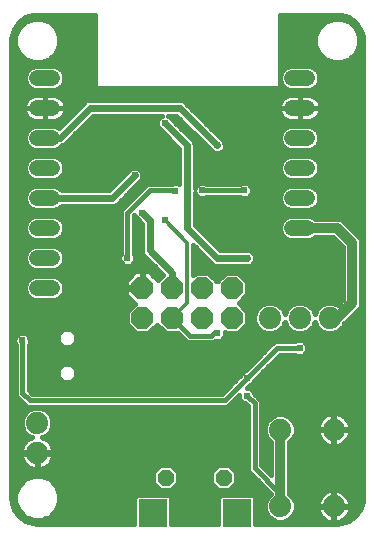
<source format=gbl>
G75*
G70*
%OFA0B0*%
%FSLAX24Y24*%
%IPPOS*%
%LPD*%
%AMOC8*
5,1,8,0,0,1.08239X$1,22.5*
%
%ADD10OC8,0.0740*%
%ADD11C,0.0520*%
%ADD12C,0.0740*%
%ADD13OC8,0.0560*%
%ADD14R,0.0945X0.0945*%
%ADD15C,0.0320*%
%ADD16C,0.0238*%
%ADD17C,0.0160*%
%ADD18C,0.0240*%
%ADD19C,0.0120*%
D10*
X004680Y007708D03*
X004680Y008708D03*
X005680Y008708D03*
X005680Y007708D03*
X006680Y007708D03*
X006680Y008708D03*
X007680Y008708D03*
X007680Y007708D03*
D11*
X009670Y010708D02*
X010190Y010708D01*
X010190Y011708D02*
X009670Y011708D01*
X009670Y012708D02*
X010190Y012708D01*
X010190Y013708D02*
X009670Y013708D01*
X009670Y014708D02*
X010190Y014708D01*
X010190Y015708D02*
X009670Y015708D01*
X001690Y015708D02*
X001170Y015708D01*
X001170Y014708D02*
X001690Y014708D01*
X001690Y013708D02*
X001170Y013708D01*
X001170Y012708D02*
X001690Y012708D01*
X001690Y011708D02*
X001170Y011708D01*
X001170Y010708D02*
X001690Y010708D01*
X001690Y009708D02*
X001170Y009708D01*
X001170Y008708D02*
X001690Y008708D01*
D12*
X001180Y004208D03*
X001180Y003208D03*
X008930Y007708D03*
X009930Y007708D03*
X010930Y007708D03*
X011070Y003988D03*
X009290Y003988D03*
X009290Y001428D03*
X011070Y001428D03*
D13*
X007395Y002389D03*
X005465Y002389D03*
D14*
X005030Y001208D03*
X007830Y001208D03*
D15*
X009290Y001428D02*
X009290Y003988D01*
X010930Y007708D02*
X011180Y007708D01*
X011680Y008208D01*
X011680Y010208D01*
X011180Y010708D01*
X009930Y010708D01*
D16*
X008180Y009708D03*
X008080Y011958D03*
X007180Y013458D03*
X006680Y011958D03*
X005790Y011948D03*
X005430Y010958D03*
X004680Y011208D03*
X004430Y012458D03*
X005430Y014208D03*
X004180Y009708D03*
X007180Y007208D03*
X008180Y005708D03*
X008170Y005118D03*
X009930Y006708D03*
X000680Y006958D03*
D17*
X000675Y001025D02*
X000920Y001025D01*
X001035Y000977D02*
X000766Y001088D01*
X000561Y001294D01*
X000449Y001562D01*
X000449Y001853D01*
X000561Y002122D01*
X000766Y002327D01*
X001035Y002438D01*
X001325Y002438D01*
X001594Y002327D01*
X001799Y002122D01*
X001911Y001853D01*
X001911Y001562D01*
X001799Y001294D01*
X001594Y001088D01*
X001325Y000977D01*
X001035Y000977D01*
X001021Y000866D02*
X004418Y000866D01*
X004418Y000848D02*
X001180Y000848D01*
X001045Y000858D01*
X000790Y000941D01*
X000572Y001100D01*
X000414Y001317D01*
X000331Y001573D01*
X000320Y001708D01*
X000320Y016958D01*
X000331Y017092D01*
X000414Y017348D01*
X000572Y017566D01*
X000790Y017724D01*
X001045Y017807D01*
X001180Y017818D01*
X003100Y017818D01*
X003100Y015425D01*
X003147Y015378D01*
X009213Y015378D01*
X009260Y015425D01*
X009260Y017818D01*
X011180Y017818D01*
X011315Y017807D01*
X011570Y017724D01*
X011788Y017566D01*
X011946Y017348D01*
X012029Y017092D01*
X012040Y016958D01*
X012040Y001708D01*
X012029Y001573D01*
X011946Y001317D01*
X011788Y001100D01*
X011570Y000941D01*
X011315Y000858D01*
X011180Y000848D01*
X008442Y000848D01*
X008442Y001738D01*
X008360Y001820D01*
X007300Y001820D01*
X007218Y001738D01*
X007218Y000848D01*
X005642Y000848D01*
X005642Y001738D01*
X005560Y001820D01*
X004500Y001820D01*
X004418Y001738D01*
X004418Y000848D01*
X004418Y001025D02*
X001440Y001025D01*
X001689Y001183D02*
X004418Y001183D01*
X004418Y001342D02*
X001819Y001342D01*
X001885Y001500D02*
X004418Y001500D01*
X004418Y001659D02*
X001911Y001659D01*
X001911Y001817D02*
X004497Y001817D01*
X005045Y002215D02*
X005045Y002563D01*
X005291Y002809D01*
X005639Y002809D01*
X005885Y002563D01*
X005885Y002215D01*
X005639Y001969D01*
X005291Y001969D01*
X005045Y002215D01*
X005045Y002293D02*
X001628Y002293D01*
X001787Y002134D02*
X005126Y002134D01*
X005285Y001976D02*
X001860Y001976D01*
X001468Y002737D02*
X001391Y002698D01*
X001309Y002671D01*
X001223Y002658D01*
X001200Y002658D01*
X001200Y003188D01*
X001200Y003228D01*
X001730Y003228D01*
X001730Y003251D01*
X001716Y003336D01*
X001690Y003419D01*
X001650Y003496D01*
X001600Y003566D01*
X001538Y003627D01*
X001468Y003678D01*
X001391Y003717D01*
X001356Y003729D01*
X001469Y003775D01*
X001612Y003919D01*
X001690Y004106D01*
X001690Y004309D01*
X001612Y004497D01*
X001469Y004640D01*
X001281Y004718D01*
X001079Y004718D01*
X000891Y004640D01*
X000748Y004497D01*
X000670Y004309D01*
X000670Y004106D01*
X000748Y003919D01*
X000891Y003775D01*
X001004Y003729D01*
X000969Y003717D01*
X000892Y003678D01*
X000822Y003627D01*
X000760Y003566D01*
X000710Y003496D01*
X000670Y003419D01*
X000644Y003336D01*
X000630Y003251D01*
X000630Y003228D01*
X001160Y003228D01*
X001160Y003188D01*
X000630Y003188D01*
X000630Y003164D01*
X000644Y003079D01*
X000670Y002997D01*
X000710Y002919D01*
X000760Y002849D01*
X000822Y002788D01*
X000892Y002737D01*
X000969Y002698D01*
X001051Y002671D01*
X001137Y002658D01*
X001160Y002658D01*
X001160Y003188D01*
X001200Y003188D01*
X001730Y003188D01*
X001730Y003164D01*
X001716Y003079D01*
X001690Y002997D01*
X001650Y002919D01*
X001600Y002849D01*
X001538Y002788D01*
X001468Y002737D01*
X001511Y002768D02*
X005251Y002768D01*
X005092Y002610D02*
X000320Y002610D01*
X000320Y002768D02*
X000849Y002768D01*
X000706Y002927D02*
X000320Y002927D01*
X000320Y003085D02*
X000643Y003085D01*
X000630Y003244D02*
X000320Y003244D01*
X000320Y003402D02*
X000665Y003402D01*
X000757Y003561D02*
X000320Y003561D01*
X000320Y003719D02*
X000974Y003719D01*
X000789Y003878D02*
X000320Y003878D01*
X000320Y004036D02*
X000699Y004036D01*
X000670Y004195D02*
X000320Y004195D01*
X000320Y004353D02*
X000688Y004353D01*
X000763Y004512D02*
X000320Y004512D01*
X000320Y004670D02*
X000964Y004670D01*
X000839Y004738D02*
X007521Y004738D01*
X007911Y005127D01*
X007911Y005066D01*
X007950Y004971D01*
X008023Y004898D01*
X008118Y004859D01*
X008210Y004767D01*
X008210Y002617D01*
X008339Y002488D01*
X008984Y001843D01*
X008858Y001717D01*
X008780Y001529D01*
X008780Y001326D01*
X008858Y001139D01*
X009001Y000995D01*
X009189Y000918D01*
X009391Y000918D01*
X009579Y000995D01*
X009722Y001139D01*
X009800Y001326D01*
X009800Y001529D01*
X009722Y001717D01*
X009590Y001849D01*
X009590Y003566D01*
X009722Y003699D01*
X009800Y003886D01*
X009800Y004089D01*
X009722Y004277D01*
X009579Y004420D01*
X009391Y004498D01*
X009189Y004498D01*
X009001Y004420D01*
X008858Y004277D01*
X008780Y004089D01*
X008780Y003886D01*
X008858Y003699D01*
X008990Y003566D01*
X008990Y002459D01*
X008650Y002799D01*
X008650Y004949D01*
X008429Y005170D01*
X008390Y005264D01*
X008317Y005337D01*
X008222Y005377D01*
X008160Y005377D01*
X008232Y005449D01*
X008327Y005488D01*
X008400Y005561D01*
X008439Y005655D01*
X009271Y006488D01*
X009784Y006488D01*
X009878Y006449D01*
X009982Y006449D01*
X010077Y006488D01*
X010150Y006561D01*
X010189Y006656D01*
X010189Y006759D01*
X010150Y006854D01*
X010077Y006927D01*
X009982Y006967D01*
X009878Y006967D01*
X009784Y006928D01*
X009089Y006928D01*
X008128Y005966D01*
X008033Y005927D01*
X007960Y005854D01*
X007921Y005760D01*
X007339Y005178D01*
X001021Y005178D01*
X000900Y005299D01*
X000900Y006812D01*
X000939Y006906D01*
X000939Y007009D01*
X000900Y007104D01*
X000827Y007177D01*
X000732Y007217D01*
X000628Y007217D01*
X000533Y007177D01*
X000460Y007104D01*
X000421Y007009D01*
X000421Y006906D01*
X000460Y006812D01*
X000460Y005117D01*
X000710Y004867D01*
X000839Y004738D01*
X000748Y004829D02*
X000320Y004829D01*
X000320Y004987D02*
X000589Y004987D01*
X000460Y005146D02*
X000320Y005146D01*
X000320Y005304D02*
X000460Y005304D01*
X000460Y005463D02*
X000320Y005463D01*
X000320Y005621D02*
X000460Y005621D01*
X000460Y005780D02*
X000320Y005780D01*
X000320Y005938D02*
X000460Y005938D01*
X000460Y006097D02*
X000320Y006097D01*
X000320Y006255D02*
X000460Y006255D01*
X000460Y006414D02*
X000320Y006414D01*
X000320Y006572D02*
X000460Y006572D01*
X000460Y006731D02*
X000320Y006731D01*
X000320Y006889D02*
X000428Y006889D01*
X000437Y007048D02*
X000320Y007048D01*
X000320Y007206D02*
X000603Y007206D01*
X000680Y006958D02*
X000680Y005208D01*
X000930Y004958D01*
X007430Y004958D01*
X008180Y005708D01*
X009180Y006708D01*
X009930Y006708D01*
X010115Y006889D02*
X012040Y006889D01*
X012040Y006731D02*
X010189Y006731D01*
X010154Y006572D02*
X012040Y006572D01*
X012040Y006414D02*
X009197Y006414D01*
X009039Y006255D02*
X012040Y006255D01*
X012040Y006097D02*
X008880Y006097D01*
X008722Y005938D02*
X012040Y005938D01*
X012040Y005780D02*
X008563Y005780D01*
X008425Y005621D02*
X012040Y005621D01*
X012040Y005463D02*
X008265Y005463D01*
X008350Y005304D02*
X012040Y005304D01*
X012040Y005146D02*
X008453Y005146D01*
X008612Y004987D02*
X012040Y004987D01*
X012040Y004829D02*
X008650Y004829D01*
X008650Y004670D02*
X012040Y004670D01*
X012040Y004512D02*
X011237Y004512D01*
X011199Y004524D02*
X011113Y004538D01*
X011090Y004538D01*
X011090Y004008D01*
X011050Y004008D01*
X011050Y004538D01*
X011027Y004538D01*
X010941Y004524D01*
X010859Y004497D01*
X010782Y004458D01*
X010712Y004407D01*
X010650Y004346D01*
X010600Y004276D01*
X010560Y004199D01*
X010534Y004116D01*
X010520Y004031D01*
X010520Y004008D01*
X011050Y004008D01*
X011050Y003968D01*
X010520Y003968D01*
X010520Y003944D01*
X010534Y003859D01*
X010560Y003777D01*
X010600Y003699D01*
X010650Y003629D01*
X010712Y003568D01*
X010782Y003517D01*
X010859Y003478D01*
X010941Y003451D01*
X011027Y003438D01*
X011050Y003438D01*
X011050Y003968D01*
X011090Y003968D01*
X011090Y004008D01*
X011620Y004008D01*
X011620Y004031D01*
X011606Y004116D01*
X011580Y004199D01*
X011540Y004276D01*
X011490Y004346D01*
X011428Y004407D01*
X011358Y004458D01*
X011281Y004497D01*
X011199Y004524D01*
X011090Y004512D02*
X011050Y004512D01*
X010903Y004512D02*
X008650Y004512D01*
X008650Y004353D02*
X008934Y004353D01*
X008824Y004195D02*
X008650Y004195D01*
X008650Y004036D02*
X008780Y004036D01*
X008784Y003878D02*
X008650Y003878D01*
X008650Y003719D02*
X008849Y003719D01*
X008990Y003561D02*
X008650Y003561D01*
X008650Y003402D02*
X008990Y003402D01*
X008990Y003244D02*
X008650Y003244D01*
X008650Y003085D02*
X008990Y003085D01*
X008990Y002927D02*
X008650Y002927D01*
X008681Y002768D02*
X008990Y002768D01*
X008990Y002610D02*
X008839Y002610D01*
X008534Y002293D02*
X007815Y002293D01*
X007815Y002215D02*
X007569Y001969D01*
X007221Y001969D01*
X006975Y002215D01*
X006975Y002563D01*
X007221Y002809D01*
X007569Y002809D01*
X007815Y002563D01*
X007815Y002215D01*
X007734Y002134D02*
X008692Y002134D01*
X008851Y001976D02*
X007575Y001976D01*
X007297Y001817D02*
X005563Y001817D01*
X005642Y001659D02*
X007218Y001659D01*
X007218Y001500D02*
X005642Y001500D01*
X005642Y001342D02*
X007218Y001342D01*
X007218Y001183D02*
X005642Y001183D01*
X005642Y001025D02*
X007218Y001025D01*
X007218Y000866D02*
X005642Y000866D01*
X005646Y001976D02*
X007214Y001976D01*
X007055Y002134D02*
X005805Y002134D01*
X005885Y002293D02*
X006975Y002293D01*
X006975Y002451D02*
X005885Y002451D01*
X005839Y002610D02*
X007021Y002610D01*
X007180Y002768D02*
X005680Y002768D01*
X005045Y002451D02*
X000320Y002451D01*
X000320Y002293D02*
X000732Y002293D01*
X000573Y002134D02*
X000320Y002134D01*
X000320Y001976D02*
X000500Y001976D01*
X000449Y001817D02*
X000320Y001817D01*
X000324Y001659D02*
X000449Y001659D01*
X000475Y001500D02*
X000354Y001500D01*
X000406Y001342D02*
X000541Y001342D01*
X000511Y001183D02*
X000671Y001183D01*
X001160Y002768D02*
X001200Y002768D01*
X001200Y002927D02*
X001160Y002927D01*
X001160Y003085D02*
X001200Y003085D01*
X001603Y003561D02*
X008210Y003561D01*
X008210Y003719D02*
X001386Y003719D01*
X001571Y003878D02*
X008210Y003878D01*
X008210Y004036D02*
X001661Y004036D01*
X001690Y004195D02*
X008210Y004195D01*
X008210Y004353D02*
X001672Y004353D01*
X001597Y004512D02*
X008210Y004512D01*
X008210Y004670D02*
X001396Y004670D01*
X000900Y005304D02*
X007465Y005304D01*
X007624Y005463D02*
X000900Y005463D01*
X000900Y005621D02*
X001991Y005621D01*
X002006Y005607D02*
X002119Y005560D01*
X002241Y005560D01*
X002354Y005607D01*
X002441Y005693D01*
X002487Y005806D01*
X002487Y005928D01*
X002441Y006041D01*
X002354Y006128D01*
X002241Y006174D01*
X002119Y006174D01*
X002006Y006128D01*
X001919Y006041D01*
X001873Y005928D01*
X001873Y005806D01*
X001919Y005693D01*
X002006Y005607D01*
X001884Y005780D02*
X000900Y005780D01*
X000900Y005938D02*
X001877Y005938D01*
X001975Y006097D02*
X000900Y006097D01*
X000900Y006255D02*
X008416Y006255D01*
X008575Y006414D02*
X000900Y006414D01*
X000900Y006572D02*
X008733Y006572D01*
X008892Y006731D02*
X000900Y006731D01*
X000932Y006889D02*
X001913Y006889D01*
X001919Y006874D02*
X002006Y006788D01*
X002119Y006741D01*
X002241Y006741D01*
X002354Y006788D01*
X002441Y006874D01*
X002487Y006987D01*
X002487Y007109D01*
X002441Y007222D01*
X002354Y007309D01*
X002241Y007356D01*
X002119Y007356D01*
X002006Y007309D01*
X001919Y007222D01*
X001873Y007109D01*
X001873Y006987D01*
X001919Y006874D01*
X001873Y007048D02*
X000923Y007048D01*
X000757Y007206D02*
X001913Y007206D01*
X002447Y007206D02*
X004460Y007206D01*
X004469Y007198D02*
X004891Y007198D01*
X005180Y007486D01*
X005469Y007198D01*
X005879Y007198D01*
X006050Y007027D01*
X006050Y007027D01*
X006179Y006898D01*
X007071Y006898D01*
X007124Y006950D01*
X007128Y006949D01*
X007232Y006949D01*
X007327Y006988D01*
X007400Y007061D01*
X007439Y007156D01*
X007439Y007227D01*
X007469Y007198D01*
X007891Y007198D01*
X008190Y007496D01*
X008190Y007919D01*
X007901Y008208D01*
X008190Y008496D01*
X008190Y008919D01*
X007891Y009218D01*
X007469Y009218D01*
X007180Y008929D01*
X006891Y009218D01*
X006469Y009218D01*
X006380Y009129D01*
X006380Y010140D01*
X007033Y009487D01*
X007128Y009448D01*
X008232Y009448D01*
X008327Y009487D01*
X008400Y009560D01*
X008440Y009656D01*
X008440Y009759D01*
X008400Y009855D01*
X008327Y009928D01*
X008232Y009968D01*
X007288Y009968D01*
X006440Y010815D01*
X006440Y011860D01*
X006460Y011811D01*
X006533Y011738D01*
X006628Y011699D01*
X006732Y011699D01*
X006826Y011738D01*
X007934Y011738D01*
X008028Y011699D01*
X008132Y011699D01*
X008227Y011738D01*
X008300Y011811D01*
X008339Y011906D01*
X008339Y012009D01*
X008300Y012104D01*
X008227Y012177D01*
X008132Y012217D01*
X008028Y012217D01*
X007934Y012178D01*
X006826Y012178D01*
X006732Y012217D01*
X006628Y012217D01*
X006533Y012177D01*
X006460Y012104D01*
X006440Y012055D01*
X006440Y013509D01*
X006400Y013605D01*
X005577Y014428D01*
X005530Y014448D01*
X005822Y014448D01*
X007033Y013237D01*
X007128Y013198D01*
X007232Y013198D01*
X007327Y013237D01*
X007400Y013310D01*
X007440Y013406D01*
X007440Y013509D01*
X007400Y013605D01*
X006077Y014928D01*
X005982Y014968D01*
X002878Y014968D01*
X002783Y014928D01*
X002710Y014855D01*
X001906Y014051D01*
X001770Y014108D01*
X001090Y014108D01*
X000943Y014047D01*
X000831Y013934D01*
X000770Y013787D01*
X000770Y013628D01*
X000831Y013481D01*
X000943Y013369D01*
X001090Y013308D01*
X001770Y013308D01*
X001917Y013369D01*
X002006Y013458D01*
X002077Y013487D01*
X003038Y014448D01*
X005330Y014448D01*
X005283Y014428D01*
X005210Y014355D01*
X005170Y014259D01*
X005170Y014156D01*
X005210Y014060D01*
X005920Y013350D01*
X005920Y012174D01*
X005842Y012207D01*
X005738Y012207D01*
X005668Y012178D01*
X004839Y012178D01*
X003960Y011299D01*
X003960Y009853D01*
X003921Y009759D01*
X003921Y009656D01*
X003960Y009561D01*
X004033Y009488D01*
X004128Y009449D01*
X004232Y009449D01*
X004327Y009488D01*
X004400Y009561D01*
X004439Y009656D01*
X004439Y009759D01*
X004400Y009853D01*
X004400Y011117D01*
X004426Y011142D01*
X004460Y011060D01*
X004670Y010850D01*
X004670Y009906D01*
X004710Y009810D01*
X004783Y009737D01*
X005386Y009134D01*
X005208Y008957D01*
X004908Y009258D01*
X004700Y009258D01*
X004700Y008728D01*
X004660Y008728D01*
X004660Y009258D01*
X004452Y009258D01*
X004130Y008935D01*
X004130Y008728D01*
X004660Y008728D01*
X004660Y008688D01*
X004130Y008688D01*
X004130Y008480D01*
X004430Y008179D01*
X004170Y007919D01*
X004170Y007496D01*
X004469Y007198D01*
X004302Y007365D02*
X000320Y007365D01*
X000320Y007523D02*
X004170Y007523D01*
X004170Y007682D02*
X000320Y007682D01*
X000320Y007840D02*
X004170Y007840D01*
X004250Y007999D02*
X000320Y007999D01*
X000320Y008157D02*
X004408Y008157D01*
X004294Y008316D02*
X001789Y008316D01*
X001770Y008308D02*
X001917Y008369D01*
X002029Y008481D01*
X002090Y008628D01*
X002090Y008787D01*
X002029Y008934D01*
X001917Y009047D01*
X001770Y009108D01*
X001090Y009108D01*
X000943Y009047D01*
X000831Y008934D01*
X000770Y008787D01*
X000770Y008628D01*
X000831Y008481D01*
X000943Y008369D01*
X001090Y008308D01*
X001770Y008308D01*
X002022Y008474D02*
X004136Y008474D01*
X004130Y008633D02*
X002090Y008633D01*
X002088Y008791D02*
X004130Y008791D01*
X004144Y008950D02*
X002014Y008950D01*
X001917Y009369D02*
X001770Y009308D01*
X001090Y009308D01*
X000943Y009369D01*
X000831Y009481D01*
X000770Y009628D01*
X000770Y009787D01*
X000831Y009934D01*
X000943Y010047D01*
X001090Y010108D01*
X001770Y010108D01*
X001917Y010047D01*
X002029Y009934D01*
X002090Y009787D01*
X002090Y009628D01*
X002029Y009481D01*
X001917Y009369D01*
X001973Y009425D02*
X005095Y009425D01*
X005253Y009267D02*
X000320Y009267D01*
X000320Y009425D02*
X000887Y009425D01*
X000788Y009584D02*
X000320Y009584D01*
X000320Y009742D02*
X000770Y009742D01*
X000817Y009901D02*
X000320Y009901D01*
X000320Y010059D02*
X000973Y010059D01*
X001090Y010308D02*
X000943Y010369D01*
X000831Y010481D01*
X000770Y010628D01*
X000770Y010787D01*
X000831Y010934D01*
X000943Y011047D01*
X001090Y011108D01*
X001770Y011108D01*
X001917Y011047D01*
X002029Y010934D01*
X002090Y010787D01*
X002090Y010628D01*
X002029Y010481D01*
X001917Y010369D01*
X001770Y010308D01*
X001090Y010308D01*
X000936Y010376D02*
X000320Y010376D01*
X000320Y010218D02*
X003960Y010218D01*
X003960Y010376D02*
X001924Y010376D01*
X002051Y010535D02*
X003960Y010535D01*
X003960Y010693D02*
X002090Y010693D01*
X002063Y010852D02*
X003960Y010852D01*
X003960Y011010D02*
X001953Y011010D01*
X001817Y011327D02*
X003988Y011327D01*
X003960Y011169D02*
X000320Y011169D01*
X000320Y011327D02*
X001043Y011327D01*
X001090Y011308D02*
X000943Y011369D01*
X000831Y011481D01*
X000770Y011628D01*
X000770Y011787D01*
X000831Y011934D01*
X000943Y012047D01*
X001090Y012108D01*
X001770Y012108D01*
X001917Y012047D01*
X001996Y011968D01*
X003572Y011968D01*
X004283Y012678D01*
X004378Y012718D01*
X004482Y012718D01*
X004577Y012678D01*
X004650Y012605D01*
X004690Y012509D01*
X004690Y012406D01*
X004650Y012310D01*
X003827Y011487D01*
X003732Y011448D01*
X001996Y011448D01*
X001917Y011369D01*
X001770Y011308D01*
X001090Y011308D01*
X000829Y011486D02*
X000320Y011486D01*
X000320Y011644D02*
X000770Y011644D01*
X000776Y011803D02*
X000320Y011803D01*
X000320Y011961D02*
X000858Y011961D01*
X000943Y012369D02*
X001090Y012308D01*
X001770Y012308D01*
X001917Y012369D01*
X002029Y012481D01*
X002090Y012628D01*
X002090Y012787D01*
X002029Y012934D01*
X001917Y013047D01*
X001770Y013108D01*
X001090Y013108D01*
X000943Y013047D01*
X000831Y012934D01*
X000770Y012787D01*
X000770Y012628D01*
X000831Y012481D01*
X000943Y012369D01*
X000875Y012437D02*
X000320Y012437D01*
X000320Y012595D02*
X000784Y012595D01*
X000770Y012754D02*
X000320Y012754D01*
X000320Y012912D02*
X000822Y012912D01*
X001001Y013071D02*
X000320Y013071D01*
X000320Y013229D02*
X005920Y013229D01*
X005920Y013071D02*
X001859Y013071D01*
X002038Y012912D02*
X005920Y012912D01*
X005920Y012754D02*
X002090Y012754D01*
X002076Y012595D02*
X004200Y012595D01*
X004041Y012437D02*
X001985Y012437D01*
X001936Y013388D02*
X005882Y013388D01*
X005724Y013546D02*
X002136Y013546D01*
X002295Y013705D02*
X005565Y013705D01*
X005407Y013863D02*
X002453Y013863D01*
X002612Y014022D02*
X005248Y014022D01*
X005170Y014180D02*
X002770Y014180D01*
X002929Y014339D02*
X005203Y014339D01*
X005667Y014339D02*
X005931Y014339D01*
X005825Y014180D02*
X006090Y014180D01*
X005984Y014022D02*
X006248Y014022D01*
X006142Y013863D02*
X006407Y013863D01*
X006301Y013705D02*
X006565Y013705D01*
X006425Y013546D02*
X006724Y013546D01*
X006882Y013388D02*
X006440Y013388D01*
X006440Y013229D02*
X007052Y013229D01*
X007308Y013229D02*
X012040Y013229D01*
X012040Y013071D02*
X010359Y013071D01*
X010417Y013047D02*
X010270Y013108D01*
X009590Y013108D01*
X009443Y013047D01*
X009331Y012934D01*
X009270Y012787D01*
X009270Y012628D01*
X009331Y012481D01*
X009443Y012369D01*
X009590Y012308D01*
X010270Y012308D01*
X010417Y012369D01*
X010529Y012481D01*
X010590Y012628D01*
X010590Y012787D01*
X010529Y012934D01*
X010417Y013047D01*
X010538Y012912D02*
X012040Y012912D01*
X012040Y012754D02*
X010590Y012754D01*
X010576Y012595D02*
X012040Y012595D01*
X012040Y012437D02*
X010485Y012437D01*
X010270Y012108D02*
X009590Y012108D01*
X009443Y012047D01*
X009331Y011934D01*
X009270Y011787D01*
X009270Y011628D01*
X009331Y011481D01*
X009443Y011369D01*
X009590Y011308D01*
X010270Y011308D01*
X010417Y011369D01*
X010529Y011481D01*
X010590Y011628D01*
X010590Y011787D01*
X010529Y011934D01*
X010417Y012047D01*
X010270Y012108D01*
X010502Y011961D02*
X012040Y011961D01*
X012040Y011803D02*
X010584Y011803D01*
X010590Y011644D02*
X012040Y011644D01*
X012040Y011486D02*
X010531Y011486D01*
X010317Y011327D02*
X012040Y011327D01*
X012040Y011169D02*
X006440Y011169D01*
X006440Y011327D02*
X009543Y011327D01*
X009590Y011108D02*
X009443Y011047D01*
X009331Y010934D01*
X009270Y010787D01*
X009270Y010628D01*
X009331Y010481D01*
X009443Y010369D01*
X009590Y010308D01*
X010270Y010308D01*
X010417Y010369D01*
X010456Y010408D01*
X011056Y010408D01*
X011380Y010083D01*
X011380Y008332D01*
X011197Y008149D01*
X011031Y008218D01*
X010829Y008218D01*
X010641Y008140D01*
X010498Y007997D01*
X010430Y007833D01*
X010362Y007997D01*
X010219Y008140D01*
X010031Y008218D01*
X009829Y008218D01*
X009641Y008140D01*
X009498Y007997D01*
X009430Y007833D01*
X009362Y007997D01*
X009219Y008140D01*
X009031Y008218D01*
X008829Y008218D01*
X008641Y008140D01*
X008498Y007997D01*
X008420Y007809D01*
X008420Y007606D01*
X008498Y007419D01*
X008641Y007275D01*
X008829Y007198D01*
X009031Y007198D01*
X009219Y007275D01*
X009362Y007419D01*
X009430Y007582D01*
X009498Y007419D01*
X009641Y007275D01*
X009829Y007198D01*
X010031Y007198D01*
X010219Y007275D01*
X010362Y007419D01*
X010430Y007582D01*
X010498Y007419D01*
X010641Y007275D01*
X010829Y007198D01*
X011031Y007198D01*
X011219Y007275D01*
X011362Y007419D01*
X011396Y007499D01*
X011850Y007953D01*
X011934Y008038D01*
X011980Y008148D01*
X011980Y010267D01*
X011934Y010378D01*
X011434Y010878D01*
X011350Y010962D01*
X011240Y011008D01*
X010456Y011008D01*
X010417Y011047D01*
X010270Y011108D01*
X009590Y011108D01*
X009407Y011010D02*
X006440Y011010D01*
X006440Y010852D02*
X009297Y010852D01*
X009270Y010693D02*
X006562Y010693D01*
X006721Y010535D02*
X009309Y010535D01*
X009436Y010376D02*
X006879Y010376D01*
X007038Y010218D02*
X011246Y010218D01*
X011087Y010376D02*
X010424Y010376D01*
X010453Y011010D02*
X012040Y011010D01*
X012040Y010852D02*
X011460Y010852D01*
X011619Y010693D02*
X012040Y010693D01*
X012040Y010535D02*
X011777Y010535D01*
X011935Y010376D02*
X012040Y010376D01*
X012040Y010218D02*
X011980Y010218D01*
X011980Y010059D02*
X012040Y010059D01*
X012040Y009901D02*
X011980Y009901D01*
X011980Y009742D02*
X012040Y009742D01*
X012040Y009584D02*
X011980Y009584D01*
X011980Y009425D02*
X012040Y009425D01*
X012040Y009267D02*
X011980Y009267D01*
X011980Y009108D02*
X012040Y009108D01*
X012040Y008950D02*
X011980Y008950D01*
X011980Y008791D02*
X012040Y008791D01*
X012040Y008633D02*
X011980Y008633D01*
X011980Y008474D02*
X012040Y008474D01*
X012040Y008316D02*
X011980Y008316D01*
X011980Y008157D02*
X012040Y008157D01*
X012040Y007999D02*
X011895Y007999D01*
X012040Y007840D02*
X011737Y007840D01*
X011578Y007682D02*
X012040Y007682D01*
X012040Y007523D02*
X011420Y007523D01*
X011308Y007365D02*
X012040Y007365D01*
X012040Y007206D02*
X011052Y007206D01*
X010808Y007206D02*
X010052Y007206D01*
X009808Y007206D02*
X009052Y007206D01*
X008808Y007206D02*
X007900Y007206D01*
X008058Y007365D02*
X008552Y007365D01*
X008454Y007523D02*
X008190Y007523D01*
X008190Y007682D02*
X008420Y007682D01*
X008433Y007840D02*
X008190Y007840D01*
X008110Y007999D02*
X008500Y007999D01*
X008683Y008157D02*
X007952Y008157D01*
X008009Y008316D02*
X011364Y008316D01*
X011380Y008474D02*
X008168Y008474D01*
X008190Y008633D02*
X011380Y008633D01*
X011380Y008791D02*
X008190Y008791D01*
X008159Y008950D02*
X011380Y008950D01*
X011380Y009108D02*
X008001Y009108D01*
X008410Y009584D02*
X011380Y009584D01*
X011380Y009742D02*
X008440Y009742D01*
X008355Y009901D02*
X011380Y009901D01*
X011380Y010059D02*
X007196Y010059D01*
X006936Y009584D02*
X006380Y009584D01*
X006380Y009742D02*
X006778Y009742D01*
X006619Y009901D02*
X006380Y009901D01*
X006380Y010059D02*
X006461Y010059D01*
X006380Y009425D02*
X011380Y009425D01*
X011380Y009267D02*
X006380Y009267D01*
X007001Y009108D02*
X007359Y009108D01*
X007201Y008950D02*
X007159Y008950D01*
X007180Y007208D02*
X007070Y007208D01*
X006980Y007118D01*
X006270Y007118D01*
X005680Y007708D01*
X005302Y007365D02*
X005058Y007365D01*
X004900Y007206D02*
X005460Y007206D01*
X006029Y007048D02*
X002487Y007048D01*
X002447Y006889D02*
X009050Y006889D01*
X009308Y007365D02*
X009552Y007365D01*
X009454Y007523D02*
X009406Y007523D01*
X009427Y007840D02*
X009433Y007840D01*
X009500Y007999D02*
X009360Y007999D01*
X009177Y008157D02*
X009683Y008157D01*
X010177Y008157D02*
X010683Y008157D01*
X010500Y007999D02*
X010360Y007999D01*
X010427Y007840D02*
X010433Y007840D01*
X010454Y007523D02*
X010406Y007523D01*
X010308Y007365D02*
X010552Y007365D01*
X011177Y008157D02*
X011205Y008157D01*
X012040Y007048D02*
X007386Y007048D01*
X007439Y007206D02*
X007460Y007206D01*
X008258Y006097D02*
X002385Y006097D01*
X002483Y005938D02*
X008060Y005938D01*
X007929Y005780D02*
X002476Y005780D01*
X002369Y005621D02*
X007782Y005621D01*
X007771Y004987D02*
X007944Y004987D01*
X008148Y004829D02*
X007612Y004829D01*
X008170Y005118D02*
X008430Y004858D01*
X008430Y002708D01*
X009290Y001848D01*
X009290Y001428D01*
X009608Y001025D02*
X010695Y001025D01*
X010712Y001008D02*
X010782Y000957D01*
X010859Y000918D01*
X010941Y000891D01*
X011027Y000878D01*
X011050Y000878D01*
X011050Y001408D01*
X010520Y001408D01*
X010520Y001384D01*
X010534Y001299D01*
X010560Y001217D01*
X010600Y001139D01*
X010650Y001069D01*
X010712Y001008D01*
X010577Y001183D02*
X009741Y001183D01*
X009800Y001342D02*
X010527Y001342D01*
X010520Y001448D02*
X011050Y001448D01*
X011050Y001978D01*
X011027Y001978D01*
X010941Y001964D01*
X010859Y001937D01*
X010782Y001898D01*
X010712Y001847D01*
X010650Y001786D01*
X010600Y001716D01*
X010560Y001639D01*
X010534Y001556D01*
X010520Y001471D01*
X010520Y001448D01*
X010525Y001500D02*
X009800Y001500D01*
X009746Y001659D02*
X010570Y001659D01*
X010682Y001817D02*
X009622Y001817D01*
X009590Y001976D02*
X011014Y001976D01*
X011050Y001976D02*
X011090Y001976D01*
X011090Y001978D02*
X011090Y001448D01*
X011050Y001448D01*
X011050Y001408D01*
X011090Y001408D01*
X011090Y001448D01*
X011620Y001448D01*
X011620Y001471D01*
X011606Y001556D01*
X011580Y001639D01*
X011540Y001716D01*
X011490Y001786D01*
X011428Y001847D01*
X011358Y001898D01*
X011281Y001937D01*
X011199Y001964D01*
X011113Y001978D01*
X011090Y001978D01*
X011126Y001976D02*
X012040Y001976D01*
X012040Y002134D02*
X009590Y002134D01*
X009590Y002293D02*
X012040Y002293D01*
X012040Y002451D02*
X009590Y002451D01*
X009590Y002610D02*
X012040Y002610D01*
X012040Y002768D02*
X009590Y002768D01*
X009590Y002927D02*
X012040Y002927D01*
X012040Y003085D02*
X009590Y003085D01*
X009590Y003244D02*
X012040Y003244D01*
X012040Y003402D02*
X009590Y003402D01*
X009590Y003561D02*
X010722Y003561D01*
X010590Y003719D02*
X009731Y003719D01*
X009796Y003878D02*
X010531Y003878D01*
X010521Y004036D02*
X009800Y004036D01*
X009756Y004195D02*
X010559Y004195D01*
X010658Y004353D02*
X009646Y004353D01*
X011050Y004353D02*
X011090Y004353D01*
X011090Y004195D02*
X011050Y004195D01*
X011050Y004036D02*
X011090Y004036D01*
X011090Y003968D02*
X011620Y003968D01*
X011620Y003944D01*
X011606Y003859D01*
X011580Y003777D01*
X011540Y003699D01*
X011490Y003629D01*
X011428Y003568D01*
X011358Y003517D01*
X011281Y003478D01*
X011199Y003451D01*
X011113Y003438D01*
X011090Y003438D01*
X011090Y003968D01*
X011090Y003878D02*
X011050Y003878D01*
X011050Y003719D02*
X011090Y003719D01*
X011090Y003561D02*
X011050Y003561D01*
X011418Y003561D02*
X012040Y003561D01*
X012040Y003719D02*
X011550Y003719D01*
X011609Y003878D02*
X012040Y003878D01*
X012040Y004036D02*
X011619Y004036D01*
X011581Y004195D02*
X012040Y004195D01*
X012040Y004353D02*
X011482Y004353D01*
X011458Y001817D02*
X012040Y001817D01*
X012036Y001659D02*
X011570Y001659D01*
X011615Y001500D02*
X012006Y001500D01*
X011954Y001342D02*
X011613Y001342D01*
X011620Y001384D02*
X011606Y001299D01*
X011580Y001217D01*
X011540Y001139D01*
X011490Y001069D01*
X011428Y001008D01*
X011358Y000957D01*
X011281Y000918D01*
X011199Y000891D01*
X011113Y000878D01*
X011090Y000878D01*
X011090Y001408D01*
X011620Y001408D01*
X011620Y001384D01*
X011563Y001183D02*
X011849Y001183D01*
X011685Y001025D02*
X011445Y001025D01*
X011339Y000866D02*
X008442Y000866D01*
X008442Y001025D02*
X008972Y001025D01*
X008839Y001183D02*
X008442Y001183D01*
X008442Y001342D02*
X008780Y001342D01*
X008780Y001500D02*
X008442Y001500D01*
X008442Y001659D02*
X008834Y001659D01*
X008958Y001817D02*
X008363Y001817D01*
X008375Y002451D02*
X007815Y002451D01*
X007768Y002610D02*
X008217Y002610D01*
X008210Y002768D02*
X007609Y002768D01*
X008210Y002927D02*
X001654Y002927D01*
X001717Y003085D02*
X008210Y003085D01*
X008210Y003244D02*
X001730Y003244D01*
X001695Y003402D02*
X008210Y003402D01*
X011050Y001817D02*
X011090Y001817D01*
X011090Y001659D02*
X011050Y001659D01*
X011050Y001500D02*
X011090Y001500D01*
X011090Y001342D02*
X011050Y001342D01*
X011050Y001183D02*
X011090Y001183D01*
X011090Y001025D02*
X011050Y001025D01*
X005359Y009108D02*
X005057Y009108D01*
X004700Y009108D02*
X004660Y009108D01*
X004660Y008950D02*
X004700Y008950D01*
X004700Y008791D02*
X004660Y008791D01*
X004303Y009108D02*
X000320Y009108D01*
X000320Y008950D02*
X000846Y008950D01*
X000772Y008791D02*
X000320Y008791D01*
X000320Y008633D02*
X000770Y008633D01*
X000838Y008474D02*
X000320Y008474D01*
X000320Y008316D02*
X001071Y008316D01*
X002072Y009584D02*
X003951Y009584D01*
X003921Y009742D02*
X002090Y009742D01*
X002043Y009901D02*
X003960Y009901D01*
X003960Y010059D02*
X001887Y010059D01*
X000907Y011010D02*
X000320Y011010D01*
X000320Y010852D02*
X000797Y010852D01*
X000770Y010693D02*
X000320Y010693D01*
X000320Y010535D02*
X000809Y010535D01*
X000320Y012120D02*
X003724Y012120D01*
X003883Y012278D02*
X000320Y012278D01*
X000320Y013388D02*
X000924Y013388D01*
X000804Y013546D02*
X000320Y013546D01*
X000320Y013705D02*
X000770Y013705D01*
X000801Y013863D02*
X000320Y013863D01*
X000320Y014022D02*
X000918Y014022D01*
X001001Y014300D02*
X001067Y014279D01*
X001135Y014268D01*
X001430Y014268D01*
X001725Y014268D01*
X001793Y014279D01*
X001859Y014300D01*
X001921Y014331D01*
X001977Y014372D01*
X002026Y014421D01*
X002066Y014477D01*
X002098Y014539D01*
X002119Y014605D01*
X002130Y014673D01*
X002130Y014708D01*
X002130Y014742D01*
X002119Y014811D01*
X002098Y014877D01*
X002066Y014938D01*
X002026Y014994D01*
X001977Y015043D01*
X001921Y015084D01*
X001859Y015115D01*
X001793Y015137D01*
X001725Y015148D01*
X001430Y015148D01*
X001135Y015148D01*
X001067Y015137D01*
X001001Y015115D01*
X000939Y015084D01*
X000883Y015043D01*
X000834Y014994D01*
X000794Y014938D01*
X000762Y014877D01*
X000741Y014811D01*
X000730Y014742D01*
X000730Y014708D01*
X001430Y014708D01*
X001430Y015148D01*
X001430Y014708D01*
X001430Y014708D01*
X002130Y014708D01*
X001430Y014708D01*
X001430Y014708D01*
X001430Y014708D01*
X000730Y014708D01*
X000730Y014673D01*
X000741Y014605D01*
X000762Y014539D01*
X000794Y014477D01*
X000834Y014421D01*
X000883Y014372D01*
X000939Y014331D01*
X001001Y014300D01*
X000929Y014339D02*
X000320Y014339D01*
X000320Y014497D02*
X000783Y014497D01*
X000733Y014656D02*
X000320Y014656D01*
X000320Y014814D02*
X000742Y014814D01*
X000819Y014973D02*
X000320Y014973D01*
X000320Y015131D02*
X001050Y015131D01*
X001090Y015308D02*
X000943Y015369D01*
X000831Y015481D01*
X000770Y015628D01*
X000770Y015787D01*
X000831Y015934D01*
X000943Y016047D01*
X001090Y016108D01*
X001770Y016108D01*
X001917Y016047D01*
X002029Y015934D01*
X002090Y015787D01*
X002090Y015628D01*
X002029Y015481D01*
X001917Y015369D01*
X001770Y015308D01*
X001090Y015308D01*
X000864Y015448D02*
X000320Y015448D01*
X000320Y015290D02*
X012040Y015290D01*
X012040Y015448D02*
X010496Y015448D01*
X010529Y015481D02*
X010417Y015369D01*
X010270Y015308D01*
X009590Y015308D01*
X009443Y015369D01*
X009331Y015481D01*
X009270Y015628D01*
X009270Y015787D01*
X009331Y015934D01*
X009443Y016047D01*
X009590Y016108D01*
X010270Y016108D01*
X010417Y016047D01*
X010529Y015934D01*
X010590Y015787D01*
X010590Y015628D01*
X010529Y015481D01*
X010581Y015607D02*
X012040Y015607D01*
X012040Y015765D02*
X010590Y015765D01*
X010533Y015924D02*
X012040Y015924D01*
X012040Y016082D02*
X010331Y016082D01*
X010705Y016399D02*
X009260Y016399D01*
X009260Y016241D02*
X011002Y016241D01*
X011035Y016227D02*
X011325Y016227D01*
X011594Y016338D01*
X011799Y016544D01*
X011911Y016812D01*
X011911Y017103D01*
X011799Y017372D01*
X011594Y017577D01*
X011325Y017688D01*
X011035Y017688D01*
X010766Y017577D01*
X010561Y017372D01*
X010449Y017103D01*
X010449Y016812D01*
X010561Y016544D01*
X010766Y016338D01*
X011035Y016227D01*
X011358Y016241D02*
X012040Y016241D01*
X012040Y016399D02*
X011655Y016399D01*
X011805Y016558D02*
X012040Y016558D01*
X012040Y016716D02*
X011871Y016716D01*
X011911Y016875D02*
X012040Y016875D01*
X012034Y017033D02*
X011911Y017033D01*
X011874Y017192D02*
X011997Y017192D01*
X011945Y017350D02*
X011808Y017350D01*
X011830Y017509D02*
X011662Y017509D01*
X011649Y017667D02*
X011376Y017667D01*
X010984Y017667D02*
X009260Y017667D01*
X009260Y017509D02*
X010698Y017509D01*
X010552Y017350D02*
X009260Y017350D01*
X009260Y017192D02*
X010486Y017192D01*
X010449Y017033D02*
X009260Y017033D01*
X009260Y016875D02*
X010449Y016875D01*
X010489Y016716D02*
X009260Y016716D01*
X009260Y016558D02*
X010555Y016558D01*
X009529Y016082D02*
X009260Y016082D01*
X009260Y015924D02*
X009327Y015924D01*
X009270Y015765D02*
X009260Y015765D01*
X009260Y015607D02*
X009279Y015607D01*
X009260Y015448D02*
X009364Y015448D01*
X009501Y015115D02*
X009439Y015084D01*
X009383Y015043D01*
X009334Y014994D01*
X009294Y014938D01*
X009262Y014877D01*
X009241Y014811D01*
X009230Y014742D01*
X009230Y014708D01*
X009930Y014708D01*
X009930Y015148D01*
X009635Y015148D01*
X009567Y015137D01*
X009501Y015115D01*
X009550Y015131D02*
X001810Y015131D01*
X002041Y014973D02*
X009319Y014973D01*
X009242Y014814D02*
X006191Y014814D01*
X006350Y014656D02*
X009233Y014656D01*
X009230Y014673D02*
X009241Y014605D01*
X009262Y014539D01*
X009294Y014477D01*
X009334Y014421D01*
X009383Y014372D01*
X009439Y014331D01*
X009501Y014300D01*
X009567Y014279D01*
X009635Y014268D01*
X009930Y014268D01*
X010225Y014268D01*
X010293Y014279D01*
X010359Y014300D01*
X010421Y014331D01*
X010477Y014372D01*
X010526Y014421D01*
X010566Y014477D01*
X010598Y014539D01*
X010619Y014605D01*
X010630Y014673D01*
X010630Y014708D01*
X010630Y014742D01*
X010619Y014811D01*
X010598Y014877D01*
X010566Y014938D01*
X010526Y014994D01*
X010477Y015043D01*
X010421Y015084D01*
X010359Y015115D01*
X010293Y015137D01*
X010225Y015148D01*
X009930Y015148D01*
X009930Y014708D01*
X009930Y014708D01*
X010630Y014708D01*
X009930Y014708D01*
X009930Y014708D01*
X009930Y014708D01*
X009230Y014708D01*
X009230Y014673D01*
X009283Y014497D02*
X006508Y014497D01*
X006667Y014339D02*
X009429Y014339D01*
X009590Y014108D02*
X009443Y014047D01*
X009331Y013934D01*
X009270Y013787D01*
X009270Y013628D01*
X009331Y013481D01*
X009443Y013369D01*
X009590Y013308D01*
X010270Y013308D01*
X010417Y013369D01*
X010529Y013481D01*
X010590Y013628D01*
X010590Y013787D01*
X010529Y013934D01*
X010417Y014047D01*
X010270Y014108D01*
X009590Y014108D01*
X009418Y014022D02*
X006984Y014022D01*
X007142Y013863D02*
X009301Y013863D01*
X009270Y013705D02*
X007301Y013705D01*
X007425Y013546D02*
X009304Y013546D01*
X009424Y013388D02*
X007432Y013388D01*
X006825Y014180D02*
X012040Y014180D01*
X012040Y014022D02*
X010442Y014022D01*
X010559Y013863D02*
X012040Y013863D01*
X012040Y013705D02*
X010590Y013705D01*
X010556Y013546D02*
X012040Y013546D01*
X012040Y013388D02*
X010436Y013388D01*
X009930Y014268D02*
X009930Y014708D01*
X009930Y014708D01*
X009930Y014268D01*
X009930Y014339D02*
X009930Y014339D01*
X009930Y014497D02*
X009930Y014497D01*
X009930Y014656D02*
X009930Y014656D01*
X009930Y014814D02*
X009930Y014814D01*
X009930Y014973D02*
X009930Y014973D01*
X009930Y015131D02*
X009930Y015131D01*
X010310Y015131D02*
X012040Y015131D01*
X012040Y014973D02*
X010541Y014973D01*
X010618Y014814D02*
X012040Y014814D01*
X012040Y014656D02*
X010627Y014656D01*
X010577Y014497D02*
X012040Y014497D01*
X012040Y014339D02*
X010431Y014339D01*
X009501Y013071D02*
X006440Y013071D01*
X006440Y012912D02*
X009322Y012912D01*
X009270Y012754D02*
X006440Y012754D01*
X006440Y012595D02*
X009284Y012595D01*
X009375Y012437D02*
X006440Y012437D01*
X006440Y012278D02*
X012040Y012278D01*
X012040Y012120D02*
X008284Y012120D01*
X008339Y011961D02*
X009358Y011961D01*
X009276Y011803D02*
X008291Y011803D01*
X008080Y011958D02*
X006680Y011958D01*
X006476Y012120D02*
X006440Y012120D01*
X006440Y011803D02*
X006469Y011803D01*
X006440Y011644D02*
X009270Y011644D01*
X009329Y011486D02*
X006440Y011486D01*
X005920Y012278D02*
X004618Y012278D01*
X004690Y012437D02*
X005920Y012437D01*
X005920Y012595D02*
X004654Y012595D01*
X004781Y012120D02*
X004460Y012120D01*
X004301Y011961D02*
X004622Y011961D01*
X004464Y011803D02*
X004143Y011803D01*
X003984Y011644D02*
X004305Y011644D01*
X004147Y011486D02*
X003823Y011486D01*
X004180Y011208D02*
X004930Y011958D01*
X005780Y011958D01*
X005790Y011948D01*
X004668Y010852D02*
X004400Y010852D01*
X004400Y011010D02*
X004510Y011010D01*
X004400Y010693D02*
X004670Y010693D01*
X004670Y010535D02*
X004400Y010535D01*
X004400Y010376D02*
X004670Y010376D01*
X004670Y010218D02*
X004400Y010218D01*
X004400Y010059D02*
X004670Y010059D01*
X004672Y009901D02*
X004400Y009901D01*
X004439Y009742D02*
X004778Y009742D01*
X004936Y009584D02*
X004409Y009584D01*
X004180Y009708D02*
X004180Y011208D01*
X002035Y014180D02*
X000320Y014180D01*
X000320Y015607D02*
X000779Y015607D01*
X000770Y015765D02*
X000320Y015765D01*
X000320Y015924D02*
X000827Y015924D01*
X001029Y016082D02*
X000320Y016082D01*
X000320Y016241D02*
X001002Y016241D01*
X001035Y016227D02*
X001325Y016227D01*
X001594Y016338D01*
X001799Y016544D01*
X001911Y016812D01*
X001911Y017103D01*
X001799Y017372D01*
X001594Y017577D01*
X001325Y017688D01*
X001035Y017688D01*
X000766Y017577D01*
X000561Y017372D01*
X000449Y017103D01*
X000449Y016812D01*
X000561Y016544D01*
X000766Y016338D01*
X001035Y016227D01*
X001358Y016241D02*
X003100Y016241D01*
X003100Y016399D02*
X001655Y016399D01*
X001805Y016558D02*
X003100Y016558D01*
X003100Y016716D02*
X001871Y016716D01*
X001911Y016875D02*
X003100Y016875D01*
X003100Y017033D02*
X001911Y017033D01*
X001874Y017192D02*
X003100Y017192D01*
X003100Y017350D02*
X001808Y017350D01*
X001662Y017509D02*
X003100Y017509D01*
X003100Y017667D02*
X001376Y017667D01*
X000984Y017667D02*
X000711Y017667D01*
X000698Y017509D02*
X000530Y017509D01*
X000552Y017350D02*
X000415Y017350D01*
X000363Y017192D02*
X000486Y017192D01*
X000449Y017033D02*
X000326Y017033D01*
X000320Y016875D02*
X000449Y016875D01*
X000489Y016716D02*
X000320Y016716D01*
X000320Y016558D02*
X000555Y016558D01*
X000705Y016399D02*
X000320Y016399D01*
X001430Y015131D02*
X001430Y015131D01*
X001430Y014973D02*
X001430Y014973D01*
X001430Y014814D02*
X001430Y014814D01*
X001430Y014708D02*
X001430Y014268D01*
X001430Y014708D01*
X001430Y014708D01*
X001430Y014656D02*
X001430Y014656D01*
X001430Y014497D02*
X001430Y014497D01*
X001430Y014339D02*
X001430Y014339D01*
X001931Y014339D02*
X002193Y014339D01*
X002077Y014497D02*
X002352Y014497D01*
X002510Y014656D02*
X002127Y014656D01*
X002118Y014814D02*
X002669Y014814D01*
X003100Y015448D02*
X001996Y015448D01*
X002081Y015607D02*
X003100Y015607D01*
X003100Y015765D02*
X002090Y015765D01*
X002033Y015924D02*
X003100Y015924D01*
X003100Y016082D02*
X001831Y016082D01*
D18*
X002930Y014708D02*
X005930Y014708D01*
X007180Y013458D01*
X006180Y013458D02*
X005430Y014208D01*
X006180Y013458D02*
X006180Y010708D01*
X007180Y009708D01*
X008180Y009708D01*
X005680Y009208D02*
X005680Y008708D01*
X005680Y009208D02*
X004930Y009958D01*
X004930Y010958D01*
X004680Y011208D01*
X003680Y011708D02*
X004430Y012458D01*
X003680Y011708D02*
X001430Y011708D01*
X001430Y013708D02*
X001930Y013708D01*
X002930Y014708D01*
D19*
X005430Y010958D02*
X006180Y010208D01*
X006180Y008208D01*
X005680Y007708D01*
M02*

</source>
